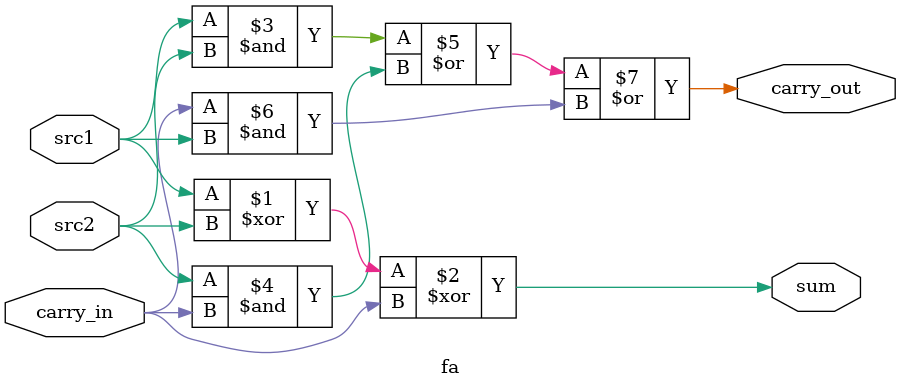
<source format=v>
module fa(
    input src1,
    input src2,
    input carry_in,
    output sum,
    output carry_out
);

    assign sum = src1 ^ src2 ^ carry_in;
    assign carry_out = (src1 & src2) | (src2 & carry_in) | (carry_in & src1);
endmodule
</source>
